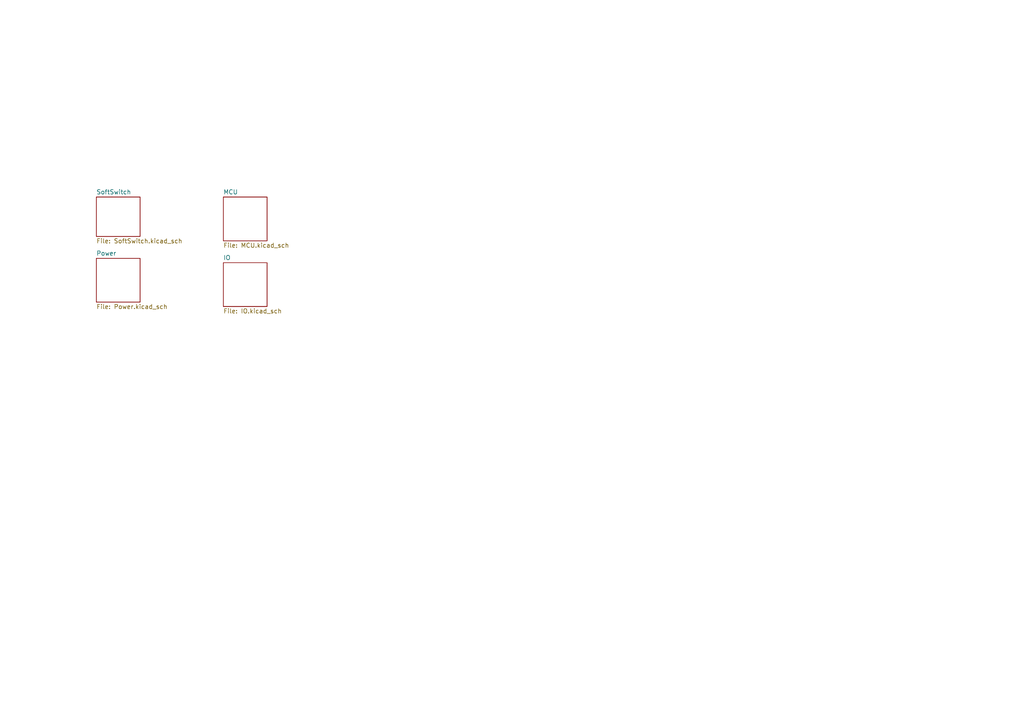
<source format=kicad_sch>
(kicad_sch
	(version 20231120)
	(generator "eeschema")
	(generator_version "8.0")
	(uuid "ff7f1996-9589-4eab-9c32-416ef4c5b58f")
	(paper "A4")
	(lib_symbols)
	(sheet
		(at 64.77 76.2)
		(size 12.7 12.7)
		(fields_autoplaced yes)
		(stroke
			(width 0.1524)
			(type solid)
		)
		(fill
			(color 0 0 0 0.0000)
		)
		(uuid "44739cfa-0bdc-40e4-bf86-d99b591b02e2")
		(property "Sheetname" "IO"
			(at 64.77 75.4884 0)
			(effects
				(font
					(size 1.27 1.27)
				)
				(justify left bottom)
			)
		)
		(property "Sheetfile" "IO.kicad_sch"
			(at 64.77 89.4846 0)
			(effects
				(font
					(size 1.27 1.27)
				)
				(justify left top)
			)
		)
		(instances
			(project "main_board"
				(path "/ff7f1996-9589-4eab-9c32-416ef4c5b58f"
					(page "5")
				)
			)
		)
	)
	(sheet
		(at 27.94 74.93)
		(size 12.7 12.7)
		(fields_autoplaced yes)
		(stroke
			(width 0.1524)
			(type solid)
		)
		(fill
			(color 0 0 0 0.0000)
		)
		(uuid "5247b4af-f5a7-49eb-951a-83ff128369aa")
		(property "Sheetname" "Power"
			(at 27.94 74.2184 0)
			(effects
				(font
					(size 1.27 1.27)
				)
				(justify left bottom)
			)
		)
		(property "Sheetfile" "Power.kicad_sch"
			(at 27.94 88.2146 0)
			(effects
				(font
					(size 1.27 1.27)
				)
				(justify left top)
			)
		)
		(property "Champ2" ""
			(at 27.94 74.93 0)
			(effects
				(font
					(size 1.27 1.27)
				)
				(hide yes)
			)
		)
		(instances
			(project "main_board"
				(path "/ff7f1996-9589-4eab-9c32-416ef4c5b58f"
					(page "4")
				)
			)
		)
	)
	(sheet
		(at 27.94 57.15)
		(size 12.7 11.43)
		(fields_autoplaced yes)
		(stroke
			(width 0.1524)
			(type solid)
		)
		(fill
			(color 0 0 0 0.0000)
		)
		(uuid "668cc834-73dd-483b-abfd-6d054807090d")
		(property "Sheetname" "SoftSwitch"
			(at 27.94 56.4384 0)
			(effects
				(font
					(size 1.27 1.27)
				)
				(justify left bottom)
			)
		)
		(property "Sheetfile" "SoftSwitch.kicad_sch"
			(at 27.94 69.1646 0)
			(effects
				(font
					(size 1.27 1.27)
				)
				(justify left top)
			)
		)
		(property "Champ2" ""
			(at 27.94 57.15 0)
			(effects
				(font
					(size 1.27 1.27)
				)
				(hide yes)
			)
		)
		(instances
			(project "main_board"
				(path "/ff7f1996-9589-4eab-9c32-416ef4c5b58f"
					(page "2")
				)
			)
		)
	)
	(sheet
		(at 64.77 57.15)
		(size 12.7 12.7)
		(fields_autoplaced yes)
		(stroke
			(width 0.1524)
			(type solid)
		)
		(fill
			(color 0 0 0 0.0000)
		)
		(uuid "82697a98-ffd5-4da7-9f2e-171a1b17e35b")
		(property "Sheetname" "MCU"
			(at 64.77 56.4384 0)
			(effects
				(font
					(size 1.27 1.27)
				)
				(justify left bottom)
			)
		)
		(property "Sheetfile" "MCU.kicad_sch"
			(at 64.77 70.4346 0)
			(effects
				(font
					(size 1.27 1.27)
				)
				(justify left top)
			)
		)
		(instances
			(project "main_board"
				(path "/ff7f1996-9589-4eab-9c32-416ef4c5b58f"
					(page "3")
				)
			)
		)
	)
	(sheet_instances
		(path "/"
			(page "1")
		)
	)
)

</source>
